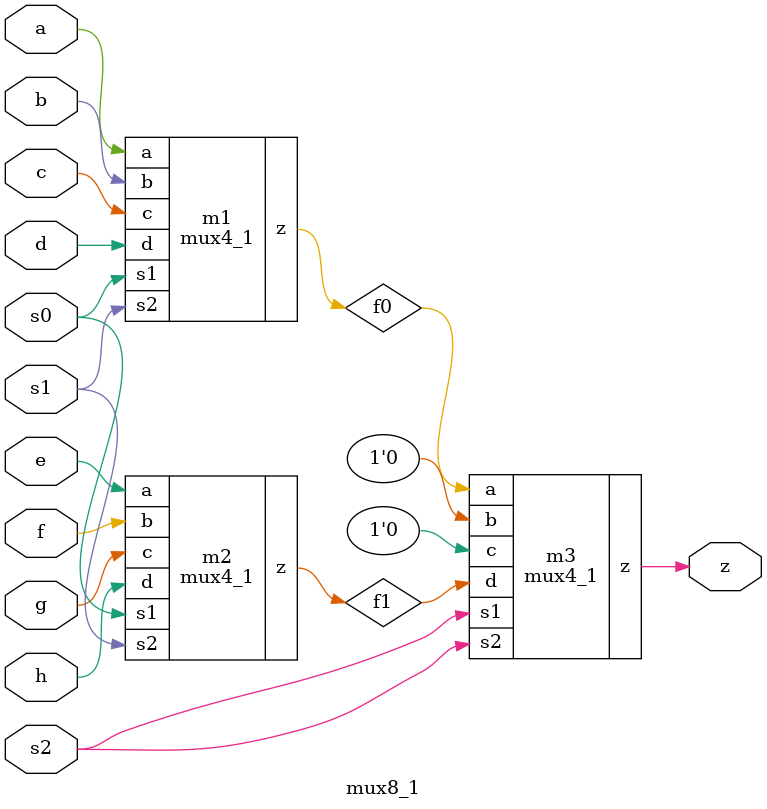
<source format=v>
module mux2_1(input x,y,s,output z);
assign z=s?y:x;
endmodule
 module mux4_1(input a,b,c,d,s1,s2,output z);
wire f0,f1;
    mux2_1 m1(.x(a), .y(b),.s(s1),.z(f0));
    mux2_1 m2(.x(e), .y(d),.s(s1),.z(f1));
    mux2_1 m3(.x(f0), .y(f1),.s(s2),.z(z));
  endmodule
  module mux8_1(input a,b,c,d,e,f,g,h,s0,s1,s2,output z);
wire f0,f1;
    mux4_1 m1(.a(a),.b(b),.c(c),.d(d),.s1(s0),.s2(s1),.z(f0));
    mux4_1 m2(.a(e),.b(f),.c(g),.d(h),.s1(s0),.s2(s1),.z(f1));
    mux4_1 m3(.a(f0),.b(1'b0),.c(1'b0),.d(f1),.s1(s2),.s2(s2),.z(z));
  endmodule
</source>
